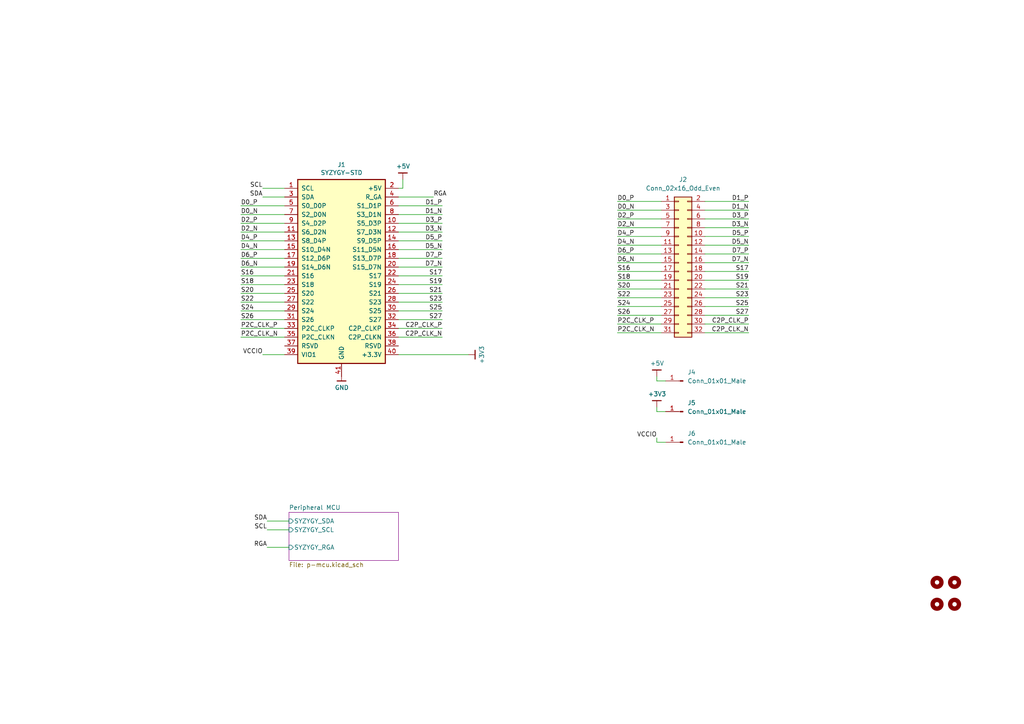
<source format=kicad_sch>
(kicad_sch (version 20201015) (generator eeschema)
  (paper "A4")
  (title_block (title "SYZYGY Breakout") (date "2020-12-11") (rev "r1.0") (company "GsD - @gregdavill") (comment 1 "SYZYGY Pod"))
  (lib_symbols
    (symbol "Connector:Conn_01x01_Male" (pin_names (offset 1.016) hide)
      (property "Reference" "J" (at 0 2.54 0))
      (property "Value" "Conn_01x01_Male" (at 0 -2.54 0))
      (symbol "Conn_01x01_Male_1_1"
        (rectangle (start 0.8636 0.127) (end 0 -0.127) (stroke (width 0.1524)) (fill (type outline)))
        (polyline (pts (xy 1.27 0) (xy 0.8636 0)) (stroke (width 0.1524)))
        (pin passive line (at 5.08 0 180) (length 3.81) (name "Pin_1") (number "1"))
      )
    )
    (symbol "Connector_Generic:Conn_02x16_Odd_Even" (pin_names (offset 1.016) hide)
      (property "Reference" "J" (at 1.27 20.32 0))
      (property "Value" "Conn_02x16_Odd_Even" (at 1.27 -22.86 0))
      (symbol "Conn_02x16_Odd_Even_1_1"
        (rectangle (start -1.27 -4.953) (end 0 -5.207) (stroke (width 0.1524)))
        (rectangle (start -1.27 -7.493) (end 0 -7.747) (stroke (width 0.1524)))
        (rectangle (start -1.27 -10.033) (end 0 -10.287) (stroke (width 0.1524)))
        (rectangle (start -1.27 -12.573) (end 0 -12.827) (stroke (width 0.1524)))
        (rectangle (start -1.27 -15.113) (end 0 -15.367) (stroke (width 0.1524)))
        (rectangle (start -1.27 -17.653) (end 0 -17.907) (stroke (width 0.1524)))
        (rectangle (start -1.27 -20.193) (end 0 -20.447) (stroke (width 0.1524)))
        (rectangle (start -1.27 -2.413) (end 0 -2.667) (stroke (width 0.1524)))
        (rectangle (start -1.27 2.667) (end 0 2.413) (stroke (width 0.1524)))
        (rectangle (start -1.27 5.207) (end 0 4.953) (stroke (width 0.1524)))
        (rectangle (start -1.27 7.747) (end 0 7.493) (stroke (width 0.1524)))
        (rectangle (start -1.27 10.287) (end 0 10.033) (stroke (width 0.1524)))
        (rectangle (start -1.27 0.127) (end 0 -0.127) (stroke (width 0.1524)))
        (rectangle (start -1.27 12.827) (end 0 12.573) (stroke (width 0.1524)))
        (rectangle (start -1.27 15.367) (end 0 15.113) (stroke (width 0.1524)))
        (rectangle (start -1.27 17.907) (end 0 17.653) (stroke (width 0.1524)))
        (rectangle (start -1.27 19.05) (end 3.81 -21.59) (stroke (width 0.254)) (fill (type background)))
        (rectangle (start 3.81 -4.953) (end 2.54 -5.207) (stroke (width 0.1524)))
        (rectangle (start 3.81 -7.493) (end 2.54 -7.747) (stroke (width 0.1524)))
        (rectangle (start 3.81 -10.033) (end 2.54 -10.287) (stroke (width 0.1524)))
        (rectangle (start 3.81 -12.573) (end 2.54 -12.827) (stroke (width 0.1524)))
        (rectangle (start 3.81 -15.113) (end 2.54 -15.367) (stroke (width 0.1524)))
        (rectangle (start 3.81 -17.653) (end 2.54 -17.907) (stroke (width 0.1524)))
        (rectangle (start 3.81 -20.193) (end 2.54 -20.447) (stroke (width 0.1524)))
        (rectangle (start 3.81 -2.413) (end 2.54 -2.667) (stroke (width 0.1524)))
        (rectangle (start 3.81 2.667) (end 2.54 2.413) (stroke (width 0.1524)))
        (rectangle (start 3.81 5.207) (end 2.54 4.953) (stroke (width 0.1524)))
        (rectangle (start 3.81 7.747) (end 2.54 7.493) (stroke (width 0.1524)))
        (rectangle (start 3.81 10.287) (end 2.54 10.033) (stroke (width 0.1524)))
        (rectangle (start 3.81 0.127) (end 2.54 -0.127) (stroke (width 0.1524)))
        (rectangle (start 3.81 12.827) (end 2.54 12.573) (stroke (width 0.1524)))
        (rectangle (start 3.81 15.367) (end 2.54 15.113) (stroke (width 0.1524)))
        (rectangle (start 3.81 17.907) (end 2.54 17.653) (stroke (width 0.1524)))
        (pin passive line (at -5.08 17.78 0) (length 3.81) (name "Pin_1") (number "1"))
        (pin passive line (at 7.62 7.62 180) (length 3.81) (name "Pin_10") (number "10"))
        (pin passive line (at -5.08 5.08 0) (length 3.81) (name "Pin_11") (number "11"))
        (pin passive line (at 7.62 5.08 180) (length 3.81) (name "Pin_12") (number "12"))
        (pin passive line (at -5.08 2.54 0) (length 3.81) (name "Pin_13") (number "13"))
        (pin passive line (at 7.62 2.54 180) (length 3.81) (name "Pin_14") (number "14"))
        (pin passive line (at -5.08 0 0) (length 3.81) (name "Pin_15") (number "15"))
        (pin passive line (at 7.62 0 180) (length 3.81) (name "Pin_16") (number "16"))
        (pin passive line (at -5.08 -2.54 0) (length 3.81) (name "Pin_17") (number "17"))
        (pin passive line (at 7.62 -2.54 180) (length 3.81) (name "Pin_18") (number "18"))
        (pin passive line (at -5.08 -5.08 0) (length 3.81) (name "Pin_19") (number "19"))
        (pin passive line (at 7.62 17.78 180) (length 3.81) (name "Pin_2") (number "2"))
        (pin passive line (at 7.62 -5.08 180) (length 3.81) (name "Pin_20") (number "20"))
        (pin passive line (at -5.08 -7.62 0) (length 3.81) (name "Pin_21") (number "21"))
        (pin passive line (at 7.62 -7.62 180) (length 3.81) (name "Pin_22") (number "22"))
        (pin passive line (at -5.08 -10.16 0) (length 3.81) (name "Pin_23") (number "23"))
        (pin passive line (at 7.62 -10.16 180) (length 3.81) (name "Pin_24") (number "24"))
        (pin passive line (at -5.08 -12.7 0) (length 3.81) (name "Pin_25") (number "25"))
        (pin passive line (at 7.62 -12.7 180) (length 3.81) (name "Pin_26") (number "26"))
        (pin passive line (at -5.08 -15.24 0) (length 3.81) (name "Pin_27") (number "27"))
        (pin passive line (at 7.62 -15.24 180) (length 3.81) (name "Pin_28") (number "28"))
        (pin passive line (at -5.08 -17.78 0) (length 3.81) (name "Pin_29") (number "29"))
        (pin passive line (at -5.08 15.24 0) (length 3.81) (name "Pin_3") (number "3"))
        (pin passive line (at 7.62 -17.78 180) (length 3.81) (name "Pin_30") (number "30"))
        (pin passive line (at -5.08 -20.32 0) (length 3.81) (name "Pin_31") (number "31"))
        (pin passive line (at 7.62 -20.32 180) (length 3.81) (name "Pin_32") (number "32"))
        (pin passive line (at 7.62 15.24 180) (length 3.81) (name "Pin_4") (number "4"))
        (pin passive line (at -5.08 12.7 0) (length 3.81) (name "Pin_5") (number "5"))
        (pin passive line (at 7.62 12.7 180) (length 3.81) (name "Pin_6") (number "6"))
        (pin passive line (at -5.08 10.16 0) (length 3.81) (name "Pin_7") (number "7"))
        (pin passive line (at 7.62 10.16 180) (length 3.81) (name "Pin_8") (number "8"))
        (pin passive line (at -5.08 7.62 0) (length 3.81) (name "Pin_9") (number "9"))
      )
    )
    (symbol "Mechanical:MountingHole" (pin_names (offset 1.016))
      (property "Reference" "H" (at 0 5.08 0))
      (property "Value" "MountingHole" (at 0 3.175 0))
      (symbol "MountingHole_0_1"
        (circle (center 0 0) (radius 1.27) (stroke (width 1.27)))
      )
    )
    (symbol "gkl_power:+3V3" (power) (pin_names (offset 0))
      (property "Value" "+3V3" (at 0 3.556 0))
      (symbol "+3V3_0_1"
        (polyline (pts (xy -1.27 1.905) (xy 1.27 1.905)) (stroke (width 0.3048)))
        (polyline (pts (xy 0 0) (xy 0 1.905)))
      )
      (symbol "+3V3_1_1"
        (pin power_in line (at 0 0 90) (length 0) hide (name "+3V3") (number "1"))
      )
    )
    (symbol "gkl_power:+5V" (power) (pin_names (offset 0))
      (property "Value" "+5V" (at 0 3.175 0))
      (symbol "+5V_0_1"
        (polyline (pts (xy -1.27 1.905) (xy 1.27 1.905)) (stroke (width 0.3048)))
        (polyline (pts (xy 0 0) (xy 0 1.905)))
      )
      (symbol "+5V_1_1"
        (pin power_in line (at 0 0 90) (length 0) hide (name "+5V") (number "1"))
      )
    )
    (symbol "gkl_power:GND" (power) (pin_names (offset 0))
      (property "Value" "GND" (at 0 -2.54 0))
      (symbol "GND_0_1"
        (polyline (pts (xy 0 -1.27) (xy 0 0)))
        (polyline (pts (xy 1.27 -1.27) (xy -1.27 -1.27)) (stroke (width 0.3048)))
      )
      (symbol "GND_1_1"
        (pin power_in line (at 0 0 270) (length 0) hide (name "GND") (number "1"))
      )
    )
    (symbol "gsd-kicad:SYZYGY-STD" (pin_names (offset 1.016))
      (property "Reference" "J" (at 0 27.94 0))
      (property "Value" "SYZYGY-STD" (at 0 25.4 0))
      (symbol "SYZYGY-STD_0_1"
        (rectangle (start -12.7 24.13) (end 12.7 -29.21) (stroke (width 0.3302)) (fill (type background)))
      )
      (symbol "SYZYGY-STD_1_1"
        (pin input line (at -16.51 21.59 0) (length 3.81) (name "SCL") (number "1"))
        (pin input line (at 16.51 11.43 180) (length 3.81) (name "S5_D3P") (number "10"))
        (pin input line (at -16.51 8.89 0) (length 3.81) (name "S6_D2N") (number "11"))
        (pin input line (at 16.51 8.89 180) (length 3.81) (name "S7_D3N") (number "12"))
        (pin input line (at -16.51 6.35 0) (length 3.81) (name "S8_D4P") (number "13"))
        (pin input line (at 16.51 6.35 180) (length 3.81) (name "S9_D5P") (number "14"))
        (pin input line (at -16.51 3.81 0) (length 3.81) (name "S10_D4N") (number "15"))
        (pin input line (at 16.51 3.81 180) (length 3.81) (name "S11_D5N") (number "16"))
        (pin input line (at -16.51 1.27 0) (length 3.81) (name "S12_D6P") (number "17"))
        (pin input line (at 16.51 1.27 180) (length 3.81) (name "S13_D7P") (number "18"))
        (pin input line (at -16.51 -1.27 0) (length 3.81) (name "S14_D6N") (number "19"))
        (pin input line (at 16.51 21.59 180) (length 3.81) (name "+5V") (number "2"))
        (pin input line (at 16.51 -1.27 180) (length 3.81) (name "S15_D7N") (number "20"))
        (pin input line (at -16.51 -3.81 0) (length 3.81) (name "S16") (number "21"))
        (pin input line (at 16.51 -3.81 180) (length 3.81) (name "S17") (number "22"))
        (pin input line (at -16.51 -6.35 0) (length 3.81) (name "S18") (number "23"))
        (pin input line (at 16.51 -6.35 180) (length 3.81) (name "S19") (number "24"))
        (pin input line (at -16.51 -8.89 0) (length 3.81) (name "S20") (number "25"))
        (pin input line (at 16.51 -8.89 180) (length 3.81) (name "S21") (number "26"))
        (pin input line (at -16.51 -11.43 0) (length 3.81) (name "S22") (number "27"))
        (pin input line (at 16.51 -11.43 180) (length 3.81) (name "S23") (number "28"))
        (pin input line (at -16.51 -13.97 0) (length 3.81) (name "S24") (number "29"))
        (pin input line (at -16.51 19.05 0) (length 3.81) (name "SDA") (number "3"))
        (pin input line (at 16.51 -13.97 180) (length 3.81) (name "S25") (number "30"))
        (pin input line (at -16.51 -16.51 0) (length 3.81) (name "S26") (number "31"))
        (pin input line (at 16.51 -16.51 180) (length 3.81) (name "S27") (number "32"))
        (pin input line (at -16.51 -19.05 0) (length 3.81) (name "P2C_CLKP") (number "33"))
        (pin input line (at 16.51 -19.05 180) (length 3.81) (name "C2P_CLKP") (number "34"))
        (pin input line (at -16.51 -21.59 0) (length 3.81) (name "P2C_CLKN") (number "35"))
        (pin input line (at 16.51 -21.59 180) (length 3.81) (name "C2P_CLKN") (number "36"))
        (pin input line (at -16.51 -24.13 0) (length 3.81) (name "RSVD") (number "37"))
        (pin input line (at 16.51 -24.13 180) (length 3.81) (name "RSVD") (number "38"))
        (pin input line (at -16.51 -26.67 0) (length 3.81) (name "VIO1") (number "39"))
        (pin input line (at 16.51 19.05 180) (length 3.81) (name "R_GA") (number "4"))
        (pin input line (at 16.51 -26.67 180) (length 3.81) (name "+3.3V") (number "40"))
        (pin input line (at 0 -33.02 90) (length 3.81) (name "GND") (number "41"))
        (pin input line (at -16.51 16.51 0) (length 3.81) (name "S0_D0P") (number "5"))
        (pin input line (at 16.51 16.51 180) (length 3.81) (name "S1_D1P") (number "6"))
        (pin input line (at -16.51 13.97 0) (length 3.81) (name "S2_D0N") (number "7"))
        (pin input line (at 16.51 13.97 180) (length 3.81) (name "S3_D1N") (number "8"))
        (pin input line (at -16.51 11.43 0) (length 3.81) (name "S4_D2P") (number "9"))
      )
    )
  )
  (bus_alias "GPDI" (members "CK_N" "CK_P" "D0_N" "D0_P" "D1_N" "D1_P" "D2_N" "D2_P"))
  (wire (pts (xy 69.85 59.69) (xy 82.55 59.69)))
  (wire (pts (xy 69.85 62.23) (xy 82.55 62.23)))
  (wire (pts (xy 69.85 64.77) (xy 82.55 64.77)))
  (wire (pts (xy 69.85 67.31) (xy 82.55 67.31)))
  (wire (pts (xy 69.85 69.85) (xy 82.55 69.85)))
  (wire (pts (xy 69.85 72.39) (xy 82.55 72.39)))
  (wire (pts (xy 69.85 74.93) (xy 82.55 74.93)))
  (wire (pts (xy 69.85 77.47) (xy 82.55 77.47)))
  (wire (pts (xy 69.85 80.01) (xy 82.55 80.01)))
  (wire (pts (xy 69.85 82.55) (xy 82.55 82.55)))
  (wire (pts (xy 69.85 85.09) (xy 82.55 85.09)))
  (wire (pts (xy 69.85 87.63) (xy 82.55 87.63)))
  (wire (pts (xy 69.85 90.17) (xy 82.55 90.17)))
  (wire (pts (xy 69.85 92.71) (xy 82.55 92.71)))
  (wire (pts (xy 69.85 95.25) (xy 82.55 95.25)))
  (wire (pts (xy 69.85 97.79) (xy 82.55 97.79)))
  (wire (pts (xy 82.55 54.61) (xy 76.2 54.61)))
  (wire (pts (xy 82.55 57.15) (xy 76.2 57.15)))
  (wire (pts (xy 82.55 102.87) (xy 76.2 102.87)))
  (wire (pts (xy 83.82 151.13) (xy 77.47 151.13)))
  (wire (pts (xy 83.82 153.67) (xy 77.47 153.67)))
  (wire (pts (xy 83.82 158.75) (xy 77.47 158.75)))
  (wire (pts (xy 115.57 54.61) (xy 116.84 54.61)))
  (wire (pts (xy 115.57 57.15) (xy 125.73 57.15)))
  (wire (pts (xy 115.57 59.69) (xy 128.27 59.69)))
  (wire (pts (xy 115.57 62.23) (xy 128.27 62.23)))
  (wire (pts (xy 115.57 64.77) (xy 128.27 64.77)))
  (wire (pts (xy 115.57 67.31) (xy 128.27 67.31)))
  (wire (pts (xy 115.57 69.85) (xy 128.27 69.85)))
  (wire (pts (xy 115.57 72.39) (xy 128.27 72.39)))
  (wire (pts (xy 115.57 74.93) (xy 128.27 74.93)))
  (wire (pts (xy 115.57 77.47) (xy 128.27 77.47)))
  (wire (pts (xy 115.57 80.01) (xy 128.27 80.01)))
  (wire (pts (xy 115.57 82.55) (xy 128.27 82.55)))
  (wire (pts (xy 115.57 85.09) (xy 128.27 85.09)))
  (wire (pts (xy 115.57 87.63) (xy 128.27 87.63)))
  (wire (pts (xy 115.57 90.17) (xy 128.27 90.17)))
  (wire (pts (xy 115.57 92.71) (xy 128.27 92.71)))
  (wire (pts (xy 115.57 95.25) (xy 128.27 95.25)))
  (wire (pts (xy 115.57 97.79) (xy 128.27 97.79)))
  (wire (pts (xy 115.57 102.87) (xy 135.89 102.87)))
  (wire (pts (xy 116.84 54.61) (xy 116.84 52.07)))
  (wire (pts (xy 179.07 58.42) (xy 191.77 58.42)))
  (wire (pts (xy 179.07 60.96) (xy 191.77 60.96)))
  (wire (pts (xy 179.07 63.5) (xy 191.77 63.5)))
  (wire (pts (xy 179.07 66.04) (xy 191.77 66.04)))
  (wire (pts (xy 179.07 68.58) (xy 191.77 68.58)))
  (wire (pts (xy 179.07 71.12) (xy 191.77 71.12)))
  (wire (pts (xy 179.07 73.66) (xy 191.77 73.66)))
  (wire (pts (xy 179.07 76.2) (xy 191.77 76.2)))
  (wire (pts (xy 179.07 78.74) (xy 191.77 78.74)))
  (wire (pts (xy 179.07 81.28) (xy 191.77 81.28)))
  (wire (pts (xy 179.07 83.82) (xy 191.77 83.82)))
  (wire (pts (xy 179.07 86.36) (xy 191.77 86.36)))
  (wire (pts (xy 179.07 88.9) (xy 191.77 88.9)))
  (wire (pts (xy 179.07 91.44) (xy 191.77 91.44)))
  (wire (pts (xy 179.07 93.98) (xy 191.77 93.98)))
  (wire (pts (xy 179.07 96.52) (xy 191.77 96.52)))
  (wire (pts (xy 190.5 110.49) (xy 190.5 109.22)))
  (wire (pts (xy 190.5 119.38) (xy 190.5 118.11)))
  (wire (pts (xy 190.5 128.27) (xy 190.5 127)))
  (wire (pts (xy 193.04 110.49) (xy 190.5 110.49)))
  (wire (pts (xy 193.04 119.38) (xy 190.5 119.38)))
  (wire (pts (xy 193.04 128.27) (xy 190.5 128.27)))
  (wire (pts (xy 204.47 58.42) (xy 217.17 58.42)))
  (wire (pts (xy 204.47 60.96) (xy 217.17 60.96)))
  (wire (pts (xy 204.47 63.5) (xy 217.17 63.5)))
  (wire (pts (xy 204.47 66.04) (xy 217.17 66.04)))
  (wire (pts (xy 204.47 68.58) (xy 217.17 68.58)))
  (wire (pts (xy 204.47 71.12) (xy 217.17 71.12)))
  (wire (pts (xy 204.47 73.66) (xy 217.17 73.66)))
  (wire (pts (xy 204.47 76.2) (xy 217.17 76.2)))
  (wire (pts (xy 204.47 78.74) (xy 217.17 78.74)))
  (wire (pts (xy 204.47 81.28) (xy 217.17 81.28)))
  (wire (pts (xy 204.47 83.82) (xy 217.17 83.82)))
  (wire (pts (xy 204.47 86.36) (xy 217.17 86.36)))
  (wire (pts (xy 204.47 88.9) (xy 217.17 88.9)))
  (wire (pts (xy 204.47 91.44) (xy 217.17 91.44)))
  (wire (pts (xy 204.47 93.98) (xy 217.17 93.98)))
  (wire (pts (xy 204.47 96.52) (xy 217.17 96.52)))
  (label "D0_P" (at 69.85 59.69 0))
  (label "D0_N" (at 69.85 62.23 0))
  (label "D2_P" (at 69.85 64.77 0))
  (label "D2_N" (at 69.85 67.31 0))
  (label "D4_P" (at 69.85 69.85 0))
  (label "D4_N" (at 69.85 72.39 0))
  (label "D6_P" (at 69.85 74.93 0))
  (label "D6_N" (at 69.85 77.47 0))
  (label "S16" (at 69.85 80.01 0))
  (label "S18" (at 69.85 82.55 0))
  (label "S20" (at 69.85 85.09 0))
  (label "S22" (at 69.85 87.63 0))
  (label "S24" (at 69.85 90.17 0))
  (label "S26" (at 69.85 92.71 0))
  (label "P2C_CLK_P" (at 69.85 95.25 0))
  (label "P2C_CLK_N" (at 69.85 97.79 0))
  (label "SCL" (at 76.2 54.61 180))
  (label "SDA" (at 76.2 57.15 180))
  (label "VCCIO" (at 76.2 102.87 180))
  (label "SDA" (at 77.47 151.13 180))
  (label "SCL" (at 77.47 153.67 180))
  (label "RGA" (at 77.47 158.75 180))
  (label "RGA" (at 125.73 57.15 0))
  (label "D1_P" (at 128.27 59.69 180))
  (label "D1_N" (at 128.27 62.23 180))
  (label "D3_P" (at 128.27 64.77 180))
  (label "D3_N" (at 128.27 67.31 180))
  (label "D5_P" (at 128.27 69.85 180))
  (label "D5_N" (at 128.27 72.39 180))
  (label "D7_P" (at 128.27 74.93 180))
  (label "D7_N" (at 128.27 77.47 180))
  (label "S17" (at 128.27 80.01 180))
  (label "S19" (at 128.27 82.55 180))
  (label "S21" (at 128.27 85.09 180))
  (label "S23" (at 128.27 87.63 180))
  (label "S25" (at 128.27 90.17 180))
  (label "S27" (at 128.27 92.71 180))
  (label "C2P_CLK_P" (at 128.27 95.25 180))
  (label "C2P_CLK_N" (at 128.27 97.79 180))
  (label "D0_P" (at 179.07 58.42 0))
  (label "D0_N" (at 179.07 60.96 0))
  (label "D2_P" (at 179.07 63.5 0))
  (label "D2_N" (at 179.07 66.04 0))
  (label "D4_P" (at 179.07 68.58 0))
  (label "D4_N" (at 179.07 71.12 0))
  (label "D6_P" (at 179.07 73.66 0))
  (label "D6_N" (at 179.07 76.2 0))
  (label "S16" (at 179.07 78.74 0))
  (label "S18" (at 179.07 81.28 0))
  (label "S20" (at 179.07 83.82 0))
  (label "S22" (at 179.07 86.36 0))
  (label "S24" (at 179.07 88.9 0))
  (label "S26" (at 179.07 91.44 0))
  (label "P2C_CLK_P" (at 179.07 93.98 0))
  (label "P2C_CLK_N" (at 179.07 96.52 0))
  (label "VCCIO" (at 190.5 127 180))
  (label "D1_P" (at 217.17 58.42 180))
  (label "D1_N" (at 217.17 60.96 180))
  (label "D3_P" (at 217.17 63.5 180))
  (label "D3_N" (at 217.17 66.04 180))
  (label "D5_P" (at 217.17 68.58 180))
  (label "D5_N" (at 217.17 71.12 180))
  (label "D7_P" (at 217.17 73.66 180))
  (label "D7_N" (at 217.17 76.2 180))
  (label "S17" (at 217.17 78.74 180))
  (label "S19" (at 217.17 81.28 180))
  (label "S21" (at 217.17 83.82 180))
  (label "S23" (at 217.17 86.36 180))
  (label "S25" (at 217.17 88.9 180))
  (label "S27" (at 217.17 91.44 180))
  (label "C2P_CLK_P" (at 217.17 93.98 180))
  (label "C2P_CLK_N" (at 217.17 96.52 180))
  (symbol (lib_id "gkl_power:GND") (at 99.06 109.22 0) (unit 1)
    (property "Reference" "#PWR0104" (effects hide))
    (property "Value" "GND" (at 99.1362 112.4204 0))
  )
  (symbol (lib_id "gkl_power:+5V") (at 116.84 52.07 0) (unit 1)
    (property "Reference" "#PWR0102" (effects hide))
    (property "Value" "+5V" (at 116.9162 48.2346 0))
  )
  (symbol (lib_id "gkl_power:+3V3") (at 135.89 102.87 270) (unit 1)
    (property "Reference" "#PWR0103" (effects hide))
    (property "Value" "+3V3" (at 139.7254 102.9462 0))
  )
  (symbol (lib_id "gkl_power:+5V") (at 190.5 109.22 0) (unit 1)
    (property "Reference" "#PWR0101" (effects hide))
    (property "Value" "+5V" (at 190.5762 105.3846 0))
  )
  (symbol (lib_id "gkl_power:+3V3") (at 190.5 118.11 0) (unit 1)
    (property "Reference" "#PWR0105" (effects hide))
    (property "Value" "+3V3" (at 190.5762 114.2746 0))
  )
  (symbol (lib_id "Connector:Conn_01x01_Male") (at 198.12 110.49 180) (unit 1)
    (property "Reference" "J4" (at 199.39 107.95 0) (effects (justify right)))
    (property "Value" "Conn_01x01_Male" (at 199.39 110.49 0) (effects (justify right)))
    (property "Footprint" "Connector_PinHeader_2.54mm:PinHeader_1x01_P2.54mm_Vertical" (effects hide))
  )
  (symbol (lib_id "Connector:Conn_01x01_Male") (at 198.12 119.38 180) (unit 1)
    (property "Reference" "J5" (at 199.39 116.84 0) (effects (justify right)))
    (property "Value" "Conn_01x01_Male" (at 199.39 119.38 0) (effects (justify right)))
    (property "Footprint" "Connector_PinHeader_2.54mm:PinHeader_1x01_P2.54mm_Vertical" (effects hide))
  )
  (symbol (lib_id "Connector:Conn_01x01_Male") (at 198.12 128.27 180) (unit 1)
    (property "Reference" "J6" (at 199.39 125.73 0) (effects (justify right)))
    (property "Value" "Conn_01x01_Male" (at 199.39 128.27 0) (effects (justify right)))
    (property "Footprint" "Connector_PinHeader_2.54mm:PinHeader_1x01_P2.54mm_Vertical" (effects hide))
  )
  (symbol (lib_id "Mechanical:MountingHole") (at 271.78 168.91 0) (unit 1) (in_bom no)
    (property "Reference" "H1" (effects hide))
    (property "Value" "MountingHole" (effects hide))
    (property "Footprint" "MountingHole:MountingHole_3.2mm_M3_DIN965" (effects hide))
  )
  (symbol (lib_id "Mechanical:MountingHole") (at 271.78 175.26 0) (unit 1) (in_bom no)
    (property "Reference" "H2" (effects hide))
    (property "Value" "MountingHole" (effects hide))
    (property "Footprint" "MountingHole:MountingHole_3.2mm_M3_DIN965" (effects hide))
  )
  (symbol (lib_id "Mechanical:MountingHole") (at 276.86 168.91 0) (unit 1) (in_bom no)
    (property "Reference" "H3" (effects hide))
    (property "Value" "MountingHole" (effects hide))
    (property "Footprint" "MountingHole:MountingHole_3.2mm_M3_DIN965" (effects hide))
  )
  (symbol (lib_id "Mechanical:MountingHole") (at 276.86 175.26 0) (unit 1) (in_bom no)
    (property "Reference" "H4" (effects hide))
    (property "Value" "MountingHole" (effects hide))
    (property "Footprint" "MountingHole:MountingHole_3.2mm_M3_DIN965" (effects hide))
  )
  (symbol (lib_id "Connector_Generic:Conn_02x16_Odd_Even") (at 196.85 76.2 0) (unit 1)
    (property "Reference" "J2" (at 198.12 52.07 0))
    (property "Value" "Conn_02x16_Odd_Even" (at 198.12 54.61 0))
    (property "Footprint" "Connector_PinHeader_2.54mm:PinHeader_2x16_P2.54mm_Vertical" (effects hide))
  )
  (symbol (lib_id "gsd-kicad:SYZYGY-STD") (at 99.06 76.2 0) (unit 1)
    (property "Reference" "J1" (at 99.06 47.7774 0))
    (property "Value" "SYZYGY-STD" (at 99.06 50.0888 0))
    (property "Footprint" "gsd-footprints:SYZYGY-STD-POD" (effects hide))
    (property "Mfg" "Samtec Inc." (effects hide))
    (property "PN" "QTE-020-01-F-D-A" (effects hide))
  )
  (sheet (at 83.82 148.59) (size 31.75 13.97) (stroke (width 0.1524) (color 132 0 132 1)) (fill (color 255 255 255 1.0000))
    (property "Sheet name" "Peripheral MCU" (at 83.82 147.9545 0) (effects (justify left bottom)))
    (property "Sheet file" "p-mcu.kicad_sch" (at 83.82 163.0685 0) (effects (justify left top)))
    (pin "SYZYGY_SCL" input (at 83.82 153.67 180))
    (pin "SYZYGY_SDA" input (at 83.82 151.13 180))
    (pin "SYZYGY_RGA" input (at 83.82 158.75 180))
  )
)
</source>
